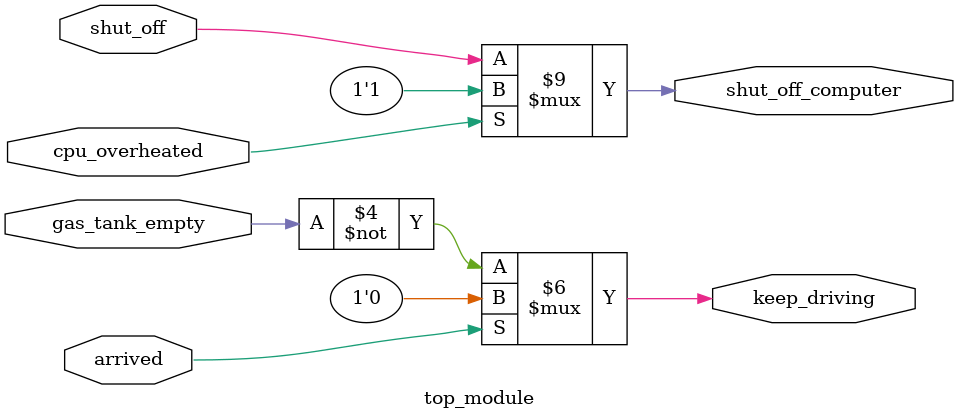
<source format=sv>
module top_module (
    input wire cpu_overheated,
    input wire arrived,
    input wire gas_tank_empty,
    input wire shut_off,
    output reg shut_off_computer,
    output reg keep_driving
);

always @(*) begin
    if (cpu_overheated) begin
        shut_off_computer = 1;
    end else begin
        shut_off_computer = shut_off;
    end
end

always @(*) begin
    if (!arrived) begin
        keep_driving = ~gas_tank_empty;
    end else begin
        keep_driving = 0;
    end
end

endmodule

</source>
